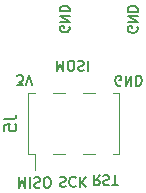
<source format=gbr>
%TF.GenerationSoftware,KiCad,Pcbnew,5.0.2-bee76a0~70~ubuntu18.04.1*%
%TF.CreationDate,2021-01-16T21:04:08-05:00*%
%TF.ProjectId,dippy,64697070-792e-46b6-9963-61645f706362,rev?*%
%TF.SameCoordinates,Original*%
%TF.FileFunction,Legend,Bot*%
%TF.FilePolarity,Positive*%
%FSLAX46Y46*%
G04 Gerber Fmt 4.6, Leading zero omitted, Abs format (unit mm)*
G04 Created by KiCad (PCBNEW 5.0.2-bee76a0~70~ubuntu18.04.1) date Sat 16 Jan 2021 09:04:08 PM EST*
%MOMM*%
%LPD*%
G01*
G04 APERTURE LIST*
%ADD10C,0.150000*%
%ADD11C,0.120000*%
G04 APERTURE END LIST*
D10*
X-121965476Y-13015476D02*
X-122248809Y-13420238D01*
X-122451190Y-13015476D02*
X-122451190Y-13865476D01*
X-122127380Y-13865476D01*
X-122046428Y-13825000D01*
X-122005952Y-13784523D01*
X-121965476Y-13703571D01*
X-121965476Y-13582142D01*
X-122005952Y-13501190D01*
X-122046428Y-13460714D01*
X-122127380Y-13420238D01*
X-122451190Y-13420238D01*
X-121641666Y-13055952D02*
X-121520238Y-13015476D01*
X-121317857Y-13015476D01*
X-121236904Y-13055952D01*
X-121196428Y-13096428D01*
X-121155952Y-13177380D01*
X-121155952Y-13258333D01*
X-121196428Y-13339285D01*
X-121236904Y-13379761D01*
X-121317857Y-13420238D01*
X-121479761Y-13460714D01*
X-121560714Y-13501190D01*
X-121601190Y-13541666D01*
X-121641666Y-13622619D01*
X-121641666Y-13703571D01*
X-121601190Y-13784523D01*
X-121560714Y-13825000D01*
X-121479761Y-13865476D01*
X-121277380Y-13865476D01*
X-121155952Y-13825000D01*
X-120913095Y-13865476D02*
X-120427380Y-13865476D01*
X-120670238Y-13015476D02*
X-120670238Y-13865476D01*
X-125342857Y-13205952D02*
X-125221428Y-13165476D01*
X-125019047Y-13165476D01*
X-124938095Y-13205952D01*
X-124897619Y-13246428D01*
X-124857142Y-13327380D01*
X-124857142Y-13408333D01*
X-124897619Y-13489285D01*
X-124938095Y-13529761D01*
X-125019047Y-13570238D01*
X-125180952Y-13610714D01*
X-125261904Y-13651190D01*
X-125302380Y-13691666D01*
X-125342857Y-13772619D01*
X-125342857Y-13853571D01*
X-125302380Y-13934523D01*
X-125261904Y-13975000D01*
X-125180952Y-14015476D01*
X-124978571Y-14015476D01*
X-124857142Y-13975000D01*
X-124007142Y-13246428D02*
X-124047619Y-13205952D01*
X-124169047Y-13165476D01*
X-124250000Y-13165476D01*
X-124371428Y-13205952D01*
X-124452380Y-13286904D01*
X-124492857Y-13367857D01*
X-124533333Y-13529761D01*
X-124533333Y-13651190D01*
X-124492857Y-13813095D01*
X-124452380Y-13894047D01*
X-124371428Y-13975000D01*
X-124250000Y-14015476D01*
X-124169047Y-14015476D01*
X-124047619Y-13975000D01*
X-124007142Y-13934523D01*
X-123642857Y-13165476D02*
X-123642857Y-14015476D01*
X-123157142Y-13165476D02*
X-123521428Y-13651190D01*
X-123157142Y-14015476D02*
X-123642857Y-13529761D01*
X-118775000Y-472619D02*
X-118734523Y-553571D01*
X-118734523Y-675000D01*
X-118775000Y-796428D01*
X-118855952Y-877380D01*
X-118936904Y-917857D01*
X-119098809Y-958333D01*
X-119220238Y-958333D01*
X-119382142Y-917857D01*
X-119463095Y-877380D01*
X-119544047Y-796428D01*
X-119584523Y-674999D01*
X-119584523Y-594047D01*
X-119544047Y-472619D01*
X-119503571Y-432142D01*
X-119220238Y-432142D01*
X-119220238Y-594047D01*
X-119584523Y-67857D02*
X-118734523Y-67857D01*
X-119584523Y417857D01*
X-118734523Y417857D01*
X-119584523Y822619D02*
X-118734523Y822619D01*
X-118734523Y1024999D01*
X-118775000Y1146428D01*
X-118855952Y1227380D01*
X-118936904Y1267857D01*
X-119098809Y1308333D01*
X-119220238Y1308333D01*
X-119382142Y1267857D01*
X-119463095Y1227380D01*
X-119544047Y1146428D01*
X-119584523Y1025000D01*
X-119584523Y822619D01*
X-124525000Y-447619D02*
X-124484523Y-528571D01*
X-124484523Y-650000D01*
X-124525000Y-771428D01*
X-124605952Y-852380D01*
X-124686904Y-892857D01*
X-124848809Y-933333D01*
X-124970238Y-933333D01*
X-125132142Y-892857D01*
X-125213095Y-852380D01*
X-125294047Y-771428D01*
X-125334523Y-649999D01*
X-125334523Y-569047D01*
X-125294047Y-447619D01*
X-125253571Y-407142D01*
X-124970238Y-407142D01*
X-124970238Y-569047D01*
X-125334523Y-42857D02*
X-124484523Y-42857D01*
X-125334523Y442857D01*
X-124484523Y442857D01*
X-125334523Y847619D02*
X-124484523Y847619D01*
X-124484523Y1050000D01*
X-124525000Y1171428D01*
X-124605952Y1252380D01*
X-124686904Y1292857D01*
X-124848809Y1333333D01*
X-124970238Y1333333D01*
X-125132142Y1292857D01*
X-125213095Y1252380D01*
X-125294047Y1171428D01*
X-125334523Y1050000D01*
X-125334523Y847619D01*
X-128835714Y-13215476D02*
X-128835714Y-14065476D01*
X-128552380Y-13458333D01*
X-128269047Y-14065476D01*
X-128269047Y-13215476D01*
X-127864285Y-13215476D02*
X-127864285Y-14065476D01*
X-127500000Y-13255952D02*
X-127378571Y-13215476D01*
X-127176190Y-13215476D01*
X-127095238Y-13255952D01*
X-127054761Y-13296428D01*
X-127014285Y-13377380D01*
X-127014285Y-13458333D01*
X-127054761Y-13539285D01*
X-127095238Y-13579761D01*
X-127176190Y-13620238D01*
X-127338095Y-13660714D01*
X-127419047Y-13701190D01*
X-127459523Y-13741666D01*
X-127500000Y-13822619D01*
X-127500000Y-13903571D01*
X-127459523Y-13984523D01*
X-127419047Y-14025000D01*
X-127338095Y-14065476D01*
X-127135714Y-14065476D01*
X-127014285Y-14025000D01*
X-126488095Y-14065476D02*
X-126326190Y-14065476D01*
X-126245238Y-14025000D01*
X-126164285Y-13944047D01*
X-126123809Y-13782142D01*
X-126123809Y-13498809D01*
X-126164285Y-13336904D01*
X-126245238Y-13255952D01*
X-126326190Y-13215476D01*
X-126488095Y-13215476D01*
X-126569047Y-13255952D01*
X-126650000Y-13336904D01*
X-126690476Y-13498809D01*
X-126690476Y-13782142D01*
X-126650000Y-13944047D01*
X-126569047Y-14025000D01*
X-126488095Y-14065476D01*
X-128997619Y-5415476D02*
X-128471428Y-5415476D01*
X-128754761Y-5091666D01*
X-128633333Y-5091666D01*
X-128552380Y-5051190D01*
X-128511904Y-5010714D01*
X-128471428Y-4929761D01*
X-128471428Y-4727380D01*
X-128511904Y-4646428D01*
X-128552380Y-4605952D01*
X-128633333Y-4565476D01*
X-128876190Y-4565476D01*
X-128957142Y-4605952D01*
X-128997619Y-4646428D01*
X-128228571Y-5415476D02*
X-127945238Y-4565476D01*
X-127661904Y-5415476D01*
X-125610714Y-3340476D02*
X-125610714Y-4190476D01*
X-125327380Y-3583333D01*
X-125044047Y-4190476D01*
X-125044047Y-3340476D01*
X-124477380Y-4190476D02*
X-124315476Y-4190476D01*
X-124234523Y-4150000D01*
X-124153571Y-4069047D01*
X-124113095Y-3907142D01*
X-124113095Y-3623809D01*
X-124153571Y-3461904D01*
X-124234523Y-3380952D01*
X-124315476Y-3340476D01*
X-124477380Y-3340476D01*
X-124558333Y-3380952D01*
X-124639285Y-3461904D01*
X-124679761Y-3623809D01*
X-124679761Y-3907142D01*
X-124639285Y-4069047D01*
X-124558333Y-4150000D01*
X-124477380Y-4190476D01*
X-123789285Y-3380952D02*
X-123667857Y-3340476D01*
X-123465476Y-3340476D01*
X-123384523Y-3380952D01*
X-123344047Y-3421428D01*
X-123303571Y-3502380D01*
X-123303571Y-3583333D01*
X-123344047Y-3664285D01*
X-123384523Y-3704761D01*
X-123465476Y-3745238D01*
X-123627380Y-3785714D01*
X-123708333Y-3826190D01*
X-123748809Y-3866666D01*
X-123789285Y-3947619D01*
X-123789285Y-4028571D01*
X-123748809Y-4109523D01*
X-123708333Y-4150000D01*
X-123627380Y-4190476D01*
X-123425000Y-4190476D01*
X-123303571Y-4150000D01*
X-122939285Y-3340476D02*
X-122939285Y-4190476D01*
X-120172619Y-5400000D02*
X-120253571Y-5440476D01*
X-120375000Y-5440476D01*
X-120496428Y-5400000D01*
X-120577380Y-5319047D01*
X-120617857Y-5238095D01*
X-120658333Y-5076190D01*
X-120658333Y-4954761D01*
X-120617857Y-4792857D01*
X-120577380Y-4711904D01*
X-120496428Y-4630952D01*
X-120375000Y-4590476D01*
X-120294047Y-4590476D01*
X-120172619Y-4630952D01*
X-120132142Y-4671428D01*
X-120132142Y-4954761D01*
X-120294047Y-4954761D01*
X-119767857Y-4590476D02*
X-119767857Y-5440476D01*
X-119282142Y-4590476D01*
X-119282142Y-5440476D01*
X-118877380Y-4590476D02*
X-118877380Y-5440476D01*
X-118675000Y-5440476D01*
X-118553571Y-5400000D01*
X-118472619Y-5319047D01*
X-118432142Y-5238095D01*
X-118391666Y-5076190D01*
X-118391666Y-4954761D01*
X-118432142Y-4792857D01*
X-118472619Y-4711904D01*
X-118553571Y-4630952D01*
X-118675000Y-4590476D01*
X-118877380Y-4590476D01*
D11*
%TO.C,J5*%
X-128045000Y-6025000D02*
X-128045000Y-11225000D01*
X-128045000Y-11225000D02*
X-127475000Y-11225000D01*
X-125955000Y-11225000D02*
X-124935000Y-11225000D01*
X-123415000Y-11225000D02*
X-122395000Y-11225000D01*
X-120875000Y-11225000D02*
X-120305000Y-11225000D01*
X-120305000Y-6025000D02*
X-120305000Y-11225000D01*
X-128045000Y-6025000D02*
X-127475000Y-6025000D01*
X-125955000Y-6025000D02*
X-124935000Y-6025000D01*
X-123415000Y-6025000D02*
X-122395000Y-6025000D01*
X-120875000Y-6025000D02*
X-120305000Y-6025000D01*
X-127475000Y-11225000D02*
X-127475000Y-12585000D01*
D10*
X-130032619Y-8291666D02*
X-129318333Y-8291666D01*
X-129175476Y-8244047D01*
X-129080238Y-8148809D01*
X-129032619Y-8005952D01*
X-129032619Y-7910714D01*
X-130032619Y-9244047D02*
X-130032619Y-8767857D01*
X-129556428Y-8720238D01*
X-129604047Y-8767857D01*
X-129651666Y-8863095D01*
X-129651666Y-9101190D01*
X-129604047Y-9196428D01*
X-129556428Y-9244047D01*
X-129461190Y-9291666D01*
X-129223095Y-9291666D01*
X-129127857Y-9244047D01*
X-129080238Y-9196428D01*
X-129032619Y-9101190D01*
X-129032619Y-8863095D01*
X-129080238Y-8767857D01*
X-129127857Y-8720238D01*
%TD*%
M02*

</source>
